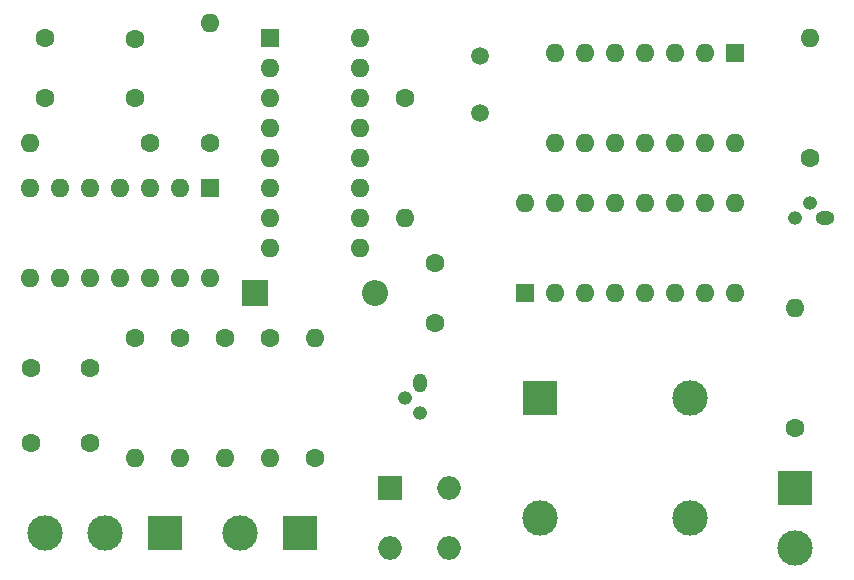
<source format=gbr>
%TF.GenerationSoftware,KiCad,Pcbnew,5.1.12-84ad8e8a86~92~ubuntu20.04.1*%
%TF.CreationDate,2022-03-12T13:00:31+01:00*%
%TF.ProjectId,DTMF 1,44544d46-2031-42e6-9b69-6361645f7063,rev?*%
%TF.SameCoordinates,Original*%
%TF.FileFunction,Soldermask,Bot*%
%TF.FilePolarity,Negative*%
%FSLAX46Y46*%
G04 Gerber Fmt 4.6, Leading zero omitted, Abs format (unit mm)*
G04 Created by KiCad (PCBNEW 5.1.12-84ad8e8a86~92~ubuntu20.04.1) date 2022-03-12 13:00:31*
%MOMM*%
%LPD*%
G01*
G04 APERTURE LIST*
%ADD10O,1.600000X1.600000*%
%ADD11R,1.600000X1.600000*%
%ADD12O,1.200000X1.200000*%
%ADD13O,1.600000X1.200000*%
%ADD14C,1.500000*%
%ADD15R,3.000000X3.000000*%
%ADD16C,3.000000*%
%ADD17C,1.600000*%
%ADD18O,1.200000X1.600000*%
%ADD19O,2.200000X2.200000*%
%ADD20R,2.200000X2.200000*%
%ADD21R,2.000000X2.000000*%
%ADD22O,2.000000X2.000000*%
G04 APERTURE END LIST*
D10*
%TO.C,U1*%
X93980000Y-74930000D03*
X78740000Y-67310000D03*
X91440000Y-74930000D03*
X81280000Y-67310000D03*
X88900000Y-74930000D03*
X83820000Y-67310000D03*
X86360000Y-74930000D03*
X86360000Y-67310000D03*
X83820000Y-74930000D03*
X88900000Y-67310000D03*
X81280000Y-74930000D03*
X91440000Y-67310000D03*
X78740000Y-74930000D03*
D11*
X93980000Y-67310000D03*
%TD*%
D12*
%TO.C,Q1*%
X143510000Y-69850000D03*
X144780000Y-68580000D03*
D13*
X146050000Y-69850000D03*
%TD*%
D10*
%TO.C,U2*%
X106680000Y-54610000D03*
X99060000Y-72390000D03*
X106680000Y-57150000D03*
X99060000Y-69850000D03*
X106680000Y-59690000D03*
X99060000Y-67310000D03*
X106680000Y-62230000D03*
X99060000Y-64770000D03*
X106680000Y-64770000D03*
X99060000Y-62230000D03*
X106680000Y-67310000D03*
X99060000Y-59690000D03*
X106680000Y-69850000D03*
X99060000Y-57150000D03*
X106680000Y-72390000D03*
D11*
X99060000Y-54610000D03*
%TD*%
D14*
%TO.C,Y1*%
X116840000Y-56060000D03*
X116840000Y-60960000D03*
%TD*%
D10*
%TO.C,U4*%
X138430000Y-63500000D03*
X123190000Y-55880000D03*
X135890000Y-63500000D03*
X125730000Y-55880000D03*
X133350000Y-63500000D03*
X128270000Y-55880000D03*
X130810000Y-63500000D03*
X130810000Y-55880000D03*
X128270000Y-63500000D03*
X133350000Y-55880000D03*
X125730000Y-63500000D03*
X135890000Y-55880000D03*
X123190000Y-63500000D03*
D11*
X138430000Y-55880000D03*
%TD*%
D10*
%TO.C,U3*%
X120650000Y-68580000D03*
X138430000Y-76200000D03*
X123190000Y-68580000D03*
X135890000Y-76200000D03*
X125730000Y-68580000D03*
X133350000Y-76200000D03*
X128270000Y-68580000D03*
X130810000Y-76200000D03*
X130810000Y-68580000D03*
X128270000Y-76200000D03*
X133350000Y-68580000D03*
X125730000Y-76200000D03*
X135890000Y-68580000D03*
X123190000Y-76200000D03*
X138430000Y-68580000D03*
D11*
X120650000Y-76200000D03*
%TD*%
D15*
%TO.C,T1*%
X121920000Y-85090000D03*
D16*
X121920000Y-95250000D03*
X134620000Y-85090000D03*
X134620000Y-95250000D03*
%TD*%
D10*
%TO.C,R10*%
X102870000Y-80010000D03*
D17*
X102870000Y-90170000D03*
%TD*%
D10*
%TO.C,R9*%
X143510000Y-77470000D03*
D17*
X143510000Y-87630000D03*
%TD*%
D10*
%TO.C,R8*%
X144780000Y-54610000D03*
D17*
X144780000Y-64770000D03*
%TD*%
D10*
%TO.C,R7*%
X93980000Y-53340000D03*
D17*
X93980000Y-63500000D03*
%TD*%
D10*
%TO.C,R6*%
X110490000Y-69850000D03*
D17*
X110490000Y-59690000D03*
%TD*%
D10*
%TO.C,R5*%
X99060000Y-90170000D03*
D17*
X99060000Y-80010000D03*
%TD*%
D10*
%TO.C,R4*%
X95250000Y-90170000D03*
D17*
X95250000Y-80010000D03*
%TD*%
D10*
%TO.C,R3*%
X87630000Y-90170000D03*
D17*
X87630000Y-80010000D03*
%TD*%
D10*
%TO.C,R2*%
X91440000Y-90170000D03*
D17*
X91440000Y-80010000D03*
%TD*%
D10*
%TO.C,R1*%
X78740000Y-63500000D03*
D17*
X88900000Y-63500000D03*
%TD*%
D12*
%TO.C,Q2*%
X111760000Y-86360000D03*
X110490000Y-85090000D03*
D18*
X111760000Y-83820000D03*
%TD*%
D16*
%TO.C,J3*%
X143510000Y-97790000D03*
D15*
X143510000Y-92710000D03*
%TD*%
D16*
%TO.C,J2*%
X96520000Y-96520000D03*
D15*
X101600000Y-96520000D03*
%TD*%
%TO.C,J1*%
X90170000Y-96520000D03*
D16*
X85090000Y-96520000D03*
X80010000Y-96520000D03*
%TD*%
D19*
%TO.C,D2*%
X107950000Y-76200000D03*
D20*
X97790000Y-76200000D03*
%TD*%
D21*
%TO.C,D1*%
X109220000Y-92710000D03*
D22*
X114220000Y-97710000D03*
X109220000Y-97710000D03*
X114220000Y-92710000D03*
%TD*%
D17*
%TO.C,C7*%
X87630000Y-54690000D03*
X87630000Y-59690000D03*
%TD*%
%TO.C,C6*%
X113030000Y-78660000D03*
X113030000Y-73660000D03*
%TD*%
%TO.C,C3*%
X78820000Y-82550000D03*
X83820000Y-82550000D03*
%TD*%
%TO.C,C2*%
X78820000Y-88900000D03*
X83820000Y-88900000D03*
%TD*%
%TO.C,C1*%
X80010000Y-59610000D03*
X80010000Y-54610000D03*
%TD*%
M02*

</source>
